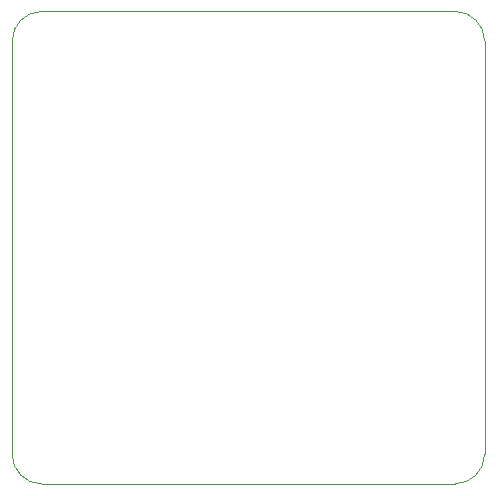
<source format=gbr>
%TF.GenerationSoftware,KiCad,Pcbnew,9.0.7*%
%TF.CreationDate,2026-01-25T23:05:15+01:00*%
%TF.ProjectId,DiceDIP_LowerPart,44696365-4449-4505-9f4c-6f7765725061,rev?*%
%TF.SameCoordinates,Original*%
%TF.FileFunction,Profile,NP*%
%FSLAX46Y46*%
G04 Gerber Fmt 4.6, Leading zero omitted, Abs format (unit mm)*
G04 Created by KiCad (PCBNEW 9.0.7) date 2026-01-25 23:05:15*
%MOMM*%
%LPD*%
G01*
G04 APERTURE LIST*
%TA.AperFunction,Profile*%
%ADD10C,0.050000*%
%TD*%
G04 APERTURE END LIST*
D10*
X137500000Y-115000000D02*
X102500000Y-115000000D01*
X140000000Y-112500000D02*
G75*
G02*
X137500000Y-115000000I-2500000J0D01*
G01*
X100000000Y-77500000D02*
G75*
G02*
X102500000Y-75000000I2500000J0D01*
G01*
X137500000Y-75000000D02*
X102500000Y-75000000D01*
X140000000Y-77500000D02*
X140000000Y-112500000D01*
X102500000Y-115000000D02*
G75*
G02*
X100000000Y-112500000I0J2500000D01*
G01*
X137500000Y-75000000D02*
G75*
G02*
X140000000Y-77500000I0J-2500000D01*
G01*
X100000000Y-77500000D02*
X100000000Y-112500000D01*
M02*

</source>
